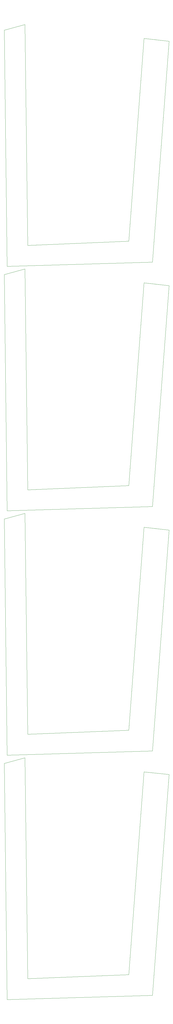
<source format=gbr>
%TF.GenerationSoftware,KiCad,Pcbnew,7.0.6-7.0.6~ubuntu20.04.1*%
%TF.CreationDate,2023-07-12T15:15:20+02:00*%
%TF.ProjectId,output_panel2023-07-12_131518.4025820000,6f757470-7574-45f7-9061-6e656c323032,rev?*%
%TF.SameCoordinates,Original*%
%TF.FileFunction,Copper,L1,Top*%
%TF.FilePolarity,Positive*%
%FSLAX45Y45*%
G04 Gerber Fmt 4.5, Leading zero omitted, Abs format (unit mm)*
G04 Created by KiCad (PCBNEW 7.0.6-7.0.6~ubuntu20.04.1) date 2023-07-12 15:15:20*
%MOMM*%
%LPD*%
G01*
G04 APERTURE LIST*
%TA.AperFunction,Profile*%
%ADD10C,0.050000*%
%TD*%
G04 APERTURE END LIST*
D10*
X5399997Y-26194894D02*
X5999996Y-18244894D01*
X5099997Y-548312D02*
X4549997Y-7848312D01*
X899996Y-16796603D02*
X799996Y-8846603D01*
X49996Y-26643186D02*
X149997Y-35143186D01*
X149997Y-35143186D02*
X5399997Y-34993186D01*
X49996Y-9046603D02*
X149997Y-17546603D01*
X799996Y-8846603D02*
X49996Y-9046603D01*
X149997Y-8748312D02*
X5399997Y-8598312D01*
X149997Y-26344894D02*
X5399997Y-26194894D01*
X5999996Y-27043186D02*
X5099997Y-26943186D01*
X4549997Y-7848312D02*
X899996Y-7998312D01*
X5999996Y-648312D02*
X5099997Y-548312D01*
X5399997Y-17396603D02*
X5999996Y-9446603D01*
X899996Y-25594894D02*
X799996Y-17644894D01*
X799996Y-48312D02*
X49996Y-248312D01*
X5099997Y-26943186D02*
X4549997Y-34243186D01*
X5099997Y-9346603D02*
X4549997Y-16646603D01*
X4549997Y-16646603D02*
X899996Y-16796603D01*
X5099997Y-18144894D02*
X4549997Y-25444894D01*
X5999996Y-18244894D02*
X5099997Y-18144894D01*
X49996Y-248312D02*
X149997Y-8748312D01*
X4549997Y-25444894D02*
X899996Y-25594894D01*
X5399997Y-34993186D02*
X5999996Y-27043186D01*
X49996Y-17844894D02*
X149997Y-26344894D01*
X5399997Y-8598312D02*
X5999996Y-648312D01*
X4549997Y-34243186D02*
X899996Y-34393186D01*
X899996Y-7998312D02*
X799996Y-48312D01*
X149997Y-17546603D02*
X5399997Y-17396603D01*
X899996Y-34393186D02*
X799996Y-26443186D01*
X5999996Y-9446603D02*
X5099997Y-9346603D01*
X799996Y-17644894D02*
X49996Y-17844894D01*
X799996Y-26443186D02*
X49996Y-26643186D01*
M02*

</source>
